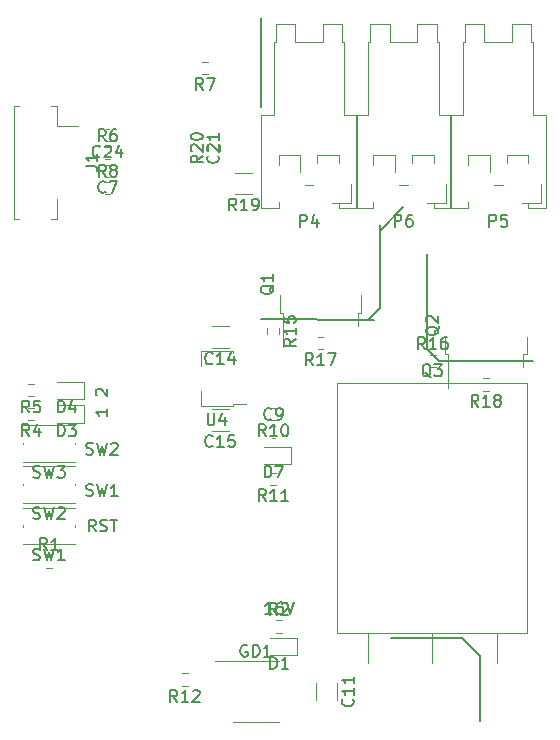
<source format=gbr>
G04 #@! TF.GenerationSoftware,KiCad,Pcbnew,(6.0.5)*
G04 #@! TF.CreationDate,2022-07-13T00:07:27+09:00*
G04 #@! TF.ProjectId,ORION_boost_v1,4f52494f-4e5f-4626-9f6f-73745f76312e,rev?*
G04 #@! TF.SameCoordinates,Original*
G04 #@! TF.FileFunction,Legend,Top*
G04 #@! TF.FilePolarity,Positive*
%FSLAX46Y46*%
G04 Gerber Fmt 4.6, Leading zero omitted, Abs format (unit mm)*
G04 Created by KiCad (PCBNEW (6.0.5)) date 2022-07-13 00:07:27*
%MOMM*%
%LPD*%
G01*
G04 APERTURE LIST*
%ADD10C,0.150000*%
%ADD11C,0.200000*%
%ADD12C,0.120000*%
G04 APERTURE END LIST*
D10*
X71000000Y-59500000D02*
X71000000Y-52500000D01*
X78000000Y-87500000D02*
X72000000Y-87500000D01*
X70000000Y-60520000D02*
X71000000Y-59500000D01*
X60980000Y-42500000D02*
X60980000Y-35000000D01*
X76000000Y-64020000D02*
X75000000Y-63000000D01*
X79500000Y-94500000D02*
X79500000Y-89000000D01*
X61000000Y-60500000D02*
X70500000Y-60520000D01*
X71000000Y-53000000D02*
X73000000Y-51000000D01*
X79500000Y-89000000D02*
X78000000Y-87500000D01*
X84000000Y-64020000D02*
X76000000Y-64020000D01*
X75000000Y-63000000D02*
X75000000Y-55000000D01*
D11*
X46166666Y-71904761D02*
X46309523Y-71952380D01*
X46547619Y-71952380D01*
X46642857Y-71904761D01*
X46690476Y-71857142D01*
X46738095Y-71761904D01*
X46738095Y-71666666D01*
X46690476Y-71571428D01*
X46642857Y-71523809D01*
X46547619Y-71476190D01*
X46357142Y-71428571D01*
X46261904Y-71380952D01*
X46214285Y-71333333D01*
X46166666Y-71238095D01*
X46166666Y-71142857D01*
X46214285Y-71047619D01*
X46261904Y-71000000D01*
X46357142Y-70952380D01*
X46595238Y-70952380D01*
X46738095Y-71000000D01*
X47071428Y-70952380D02*
X47309523Y-71952380D01*
X47500000Y-71238095D01*
X47690476Y-71952380D01*
X47928571Y-70952380D01*
X48261904Y-71047619D02*
X48309523Y-71000000D01*
X48404761Y-70952380D01*
X48642857Y-70952380D01*
X48738095Y-71000000D01*
X48785714Y-71047619D01*
X48833333Y-71142857D01*
X48833333Y-71238095D01*
X48785714Y-71380952D01*
X48214285Y-71952380D01*
X48833333Y-71952380D01*
X46952380Y-78452380D02*
X46619047Y-77976190D01*
X46380952Y-78452380D02*
X46380952Y-77452380D01*
X46761904Y-77452380D01*
X46857142Y-77500000D01*
X46904761Y-77547619D01*
X46952380Y-77642857D01*
X46952380Y-77785714D01*
X46904761Y-77880952D01*
X46857142Y-77928571D01*
X46761904Y-77976190D01*
X46380952Y-77976190D01*
X47333333Y-78404761D02*
X47476190Y-78452380D01*
X47714285Y-78452380D01*
X47809523Y-78404761D01*
X47857142Y-78357142D01*
X47904761Y-78261904D01*
X47904761Y-78166666D01*
X47857142Y-78071428D01*
X47809523Y-78023809D01*
X47714285Y-77976190D01*
X47523809Y-77928571D01*
X47428571Y-77880952D01*
X47380952Y-77833333D01*
X47333333Y-77738095D01*
X47333333Y-77642857D01*
X47380952Y-77547619D01*
X47428571Y-77500000D01*
X47523809Y-77452380D01*
X47761904Y-77452380D01*
X47904761Y-77500000D01*
X48190476Y-77452380D02*
X48761904Y-77452380D01*
X48476190Y-78452380D02*
X48476190Y-77452380D01*
D10*
X61880952Y-85452380D02*
X61309523Y-85452380D01*
X61595238Y-85452380D02*
X61595238Y-84452380D01*
X61500000Y-84595238D01*
X61404761Y-84690476D01*
X61309523Y-84738095D01*
X62738095Y-84452380D02*
X62547619Y-84452380D01*
X62452380Y-84500000D01*
X62404761Y-84547619D01*
X62309523Y-84690476D01*
X62261904Y-84880952D01*
X62261904Y-85261904D01*
X62309523Y-85357142D01*
X62357142Y-85404761D01*
X62452380Y-85452380D01*
X62642857Y-85452380D01*
X62738095Y-85404761D01*
X62785714Y-85357142D01*
X62833333Y-85261904D01*
X62833333Y-85023809D01*
X62785714Y-84928571D01*
X62738095Y-84880952D01*
X62642857Y-84833333D01*
X62452380Y-84833333D01*
X62357142Y-84880952D01*
X62309523Y-84928571D01*
X62261904Y-85023809D01*
X63119047Y-84452380D02*
X63452380Y-85452380D01*
X63785714Y-84452380D01*
D11*
X47952380Y-68071428D02*
X47952380Y-68642857D01*
X47952380Y-68357142D02*
X46952380Y-68357142D01*
X47095238Y-68452380D01*
X47190476Y-68547619D01*
X47238095Y-68642857D01*
X47047619Y-66928571D02*
X47000000Y-66880952D01*
X46952380Y-66785714D01*
X46952380Y-66547619D01*
X47000000Y-66452380D01*
X47047619Y-66404761D01*
X47142857Y-66357142D01*
X47238095Y-66357142D01*
X47380952Y-66404761D01*
X47952380Y-66976190D01*
X47952380Y-66357142D01*
X46166666Y-75404761D02*
X46309523Y-75452380D01*
X46547619Y-75452380D01*
X46642857Y-75404761D01*
X46690476Y-75357142D01*
X46738095Y-75261904D01*
X46738095Y-75166666D01*
X46690476Y-75071428D01*
X46642857Y-75023809D01*
X46547619Y-74976190D01*
X46357142Y-74928571D01*
X46261904Y-74880952D01*
X46214285Y-74833333D01*
X46166666Y-74738095D01*
X46166666Y-74642857D01*
X46214285Y-74547619D01*
X46261904Y-74500000D01*
X46357142Y-74452380D01*
X46595238Y-74452380D01*
X46738095Y-74500000D01*
X47071428Y-74452380D02*
X47309523Y-75452380D01*
X47500000Y-74738095D01*
X47690476Y-75452380D01*
X47928571Y-74452380D01*
X48833333Y-75452380D02*
X48261904Y-75452380D01*
X48547619Y-75452380D02*
X48547619Y-74452380D01*
X48452380Y-74595238D01*
X48357142Y-74690476D01*
X48261904Y-74738095D01*
D10*
X41333333Y-68382380D02*
X41000000Y-67906190D01*
X40761904Y-68382380D02*
X40761904Y-67382380D01*
X41142857Y-67382380D01*
X41238095Y-67430000D01*
X41285714Y-67477619D01*
X41333333Y-67572857D01*
X41333333Y-67715714D01*
X41285714Y-67810952D01*
X41238095Y-67858571D01*
X41142857Y-67906190D01*
X40761904Y-67906190D01*
X42238095Y-67382380D02*
X41761904Y-67382380D01*
X41714285Y-67858571D01*
X41761904Y-67810952D01*
X41857142Y-67763333D01*
X42095238Y-67763333D01*
X42190476Y-67810952D01*
X42238095Y-67858571D01*
X42285714Y-67953809D01*
X42285714Y-68191904D01*
X42238095Y-68287142D01*
X42190476Y-68334761D01*
X42095238Y-68382380D01*
X41857142Y-68382380D01*
X41761904Y-68334761D01*
X41714285Y-68287142D01*
X53857142Y-92882380D02*
X53523809Y-92406190D01*
X53285714Y-92882380D02*
X53285714Y-91882380D01*
X53666666Y-91882380D01*
X53761904Y-91930000D01*
X53809523Y-91977619D01*
X53857142Y-92072857D01*
X53857142Y-92215714D01*
X53809523Y-92310952D01*
X53761904Y-92358571D01*
X53666666Y-92406190D01*
X53285714Y-92406190D01*
X54809523Y-92882380D02*
X54238095Y-92882380D01*
X54523809Y-92882380D02*
X54523809Y-91882380D01*
X54428571Y-92025238D01*
X54333333Y-92120476D01*
X54238095Y-92168095D01*
X55190476Y-91977619D02*
X55238095Y-91930000D01*
X55333333Y-91882380D01*
X55571428Y-91882380D01*
X55666666Y-91930000D01*
X55714285Y-91977619D01*
X55761904Y-92072857D01*
X55761904Y-92168095D01*
X55714285Y-92310952D01*
X55142857Y-92882380D01*
X55761904Y-92882380D01*
X79357142Y-67882380D02*
X79023809Y-67406190D01*
X78785714Y-67882380D02*
X78785714Y-66882380D01*
X79166666Y-66882380D01*
X79261904Y-66930000D01*
X79309523Y-66977619D01*
X79357142Y-67072857D01*
X79357142Y-67215714D01*
X79309523Y-67310952D01*
X79261904Y-67358571D01*
X79166666Y-67406190D01*
X78785714Y-67406190D01*
X80309523Y-67882380D02*
X79738095Y-67882380D01*
X80023809Y-67882380D02*
X80023809Y-66882380D01*
X79928571Y-67025238D01*
X79833333Y-67120476D01*
X79738095Y-67168095D01*
X80880952Y-67310952D02*
X80785714Y-67263333D01*
X80738095Y-67215714D01*
X80690476Y-67120476D01*
X80690476Y-67072857D01*
X80738095Y-66977619D01*
X80785714Y-66930000D01*
X80880952Y-66882380D01*
X81071428Y-66882380D01*
X81166666Y-66930000D01*
X81214285Y-66977619D01*
X81261904Y-67072857D01*
X81261904Y-67120476D01*
X81214285Y-67215714D01*
X81166666Y-67263333D01*
X81071428Y-67310952D01*
X80880952Y-67310952D01*
X80785714Y-67358571D01*
X80738095Y-67406190D01*
X80690476Y-67501428D01*
X80690476Y-67691904D01*
X80738095Y-67787142D01*
X80785714Y-67834761D01*
X80880952Y-67882380D01*
X81071428Y-67882380D01*
X81166666Y-67834761D01*
X81214285Y-67787142D01*
X81261904Y-67691904D01*
X81261904Y-67501428D01*
X81214285Y-67406190D01*
X81166666Y-67358571D01*
X81071428Y-67310952D01*
X64281904Y-52652380D02*
X64281904Y-51652380D01*
X64662857Y-51652380D01*
X64758095Y-51700000D01*
X64805714Y-51747619D01*
X64853333Y-51842857D01*
X64853333Y-51985714D01*
X64805714Y-52080952D01*
X64758095Y-52128571D01*
X64662857Y-52176190D01*
X64281904Y-52176190D01*
X65710476Y-51985714D02*
X65710476Y-52652380D01*
X65472380Y-51604761D02*
X65234285Y-52319047D01*
X65853333Y-52319047D01*
X56033333Y-41082380D02*
X55700000Y-40606190D01*
X55461904Y-41082380D02*
X55461904Y-40082380D01*
X55842857Y-40082380D01*
X55938095Y-40130000D01*
X55985714Y-40177619D01*
X56033333Y-40272857D01*
X56033333Y-40415714D01*
X55985714Y-40510952D01*
X55938095Y-40558571D01*
X55842857Y-40606190D01*
X55461904Y-40606190D01*
X56366666Y-40082380D02*
X57033333Y-40082380D01*
X56604761Y-41082380D01*
X43761904Y-68382380D02*
X43761904Y-67382380D01*
X44000000Y-67382380D01*
X44142857Y-67430000D01*
X44238095Y-67525238D01*
X44285714Y-67620476D01*
X44333333Y-67810952D01*
X44333333Y-67953809D01*
X44285714Y-68144285D01*
X44238095Y-68239523D01*
X44142857Y-68334761D01*
X44000000Y-68382380D01*
X43761904Y-68382380D01*
X45190476Y-67715714D02*
X45190476Y-68382380D01*
X44952380Y-67334761D02*
X44714285Y-68049047D01*
X45333333Y-68049047D01*
X65357142Y-64382380D02*
X65023809Y-63906190D01*
X64785714Y-64382380D02*
X64785714Y-63382380D01*
X65166666Y-63382380D01*
X65261904Y-63430000D01*
X65309523Y-63477619D01*
X65357142Y-63572857D01*
X65357142Y-63715714D01*
X65309523Y-63810952D01*
X65261904Y-63858571D01*
X65166666Y-63906190D01*
X64785714Y-63906190D01*
X66309523Y-64382380D02*
X65738095Y-64382380D01*
X66023809Y-64382380D02*
X66023809Y-63382380D01*
X65928571Y-63525238D01*
X65833333Y-63620476D01*
X65738095Y-63668095D01*
X66642857Y-63382380D02*
X67309523Y-63382380D01*
X66880952Y-64382380D01*
X62047619Y-57595238D02*
X62000000Y-57690476D01*
X61904761Y-57785714D01*
X61761904Y-57928571D01*
X61714285Y-58023809D01*
X61714285Y-58119047D01*
X61952380Y-58071428D02*
X61904761Y-58166666D01*
X61809523Y-58261904D01*
X61619047Y-58309523D01*
X61285714Y-58309523D01*
X61095238Y-58261904D01*
X61000000Y-58166666D01*
X60952380Y-58071428D01*
X60952380Y-57880952D01*
X61000000Y-57785714D01*
X61095238Y-57690476D01*
X61285714Y-57642857D01*
X61619047Y-57642857D01*
X61809523Y-57690476D01*
X61904761Y-57785714D01*
X61952380Y-57880952D01*
X61952380Y-58071428D01*
X61952380Y-56690476D02*
X61952380Y-57261904D01*
X61952380Y-56976190D02*
X60952380Y-56976190D01*
X61095238Y-57071428D01*
X61190476Y-57166666D01*
X61238095Y-57261904D01*
X68707142Y-92642857D02*
X68754761Y-92690476D01*
X68802380Y-92833333D01*
X68802380Y-92928571D01*
X68754761Y-93071428D01*
X68659523Y-93166666D01*
X68564285Y-93214285D01*
X68373809Y-93261904D01*
X68230952Y-93261904D01*
X68040476Y-93214285D01*
X67945238Y-93166666D01*
X67850000Y-93071428D01*
X67802380Y-92928571D01*
X67802380Y-92833333D01*
X67850000Y-92690476D01*
X67897619Y-92642857D01*
X68802380Y-91690476D02*
X68802380Y-92261904D01*
X68802380Y-91976190D02*
X67802380Y-91976190D01*
X67945238Y-92071428D01*
X68040476Y-92166666D01*
X68088095Y-92261904D01*
X68802380Y-90738095D02*
X68802380Y-91309523D01*
X68802380Y-91023809D02*
X67802380Y-91023809D01*
X67945238Y-91119047D01*
X68040476Y-91214285D01*
X68088095Y-91309523D01*
X43761904Y-70382380D02*
X43761904Y-69382380D01*
X44000000Y-69382380D01*
X44142857Y-69430000D01*
X44238095Y-69525238D01*
X44285714Y-69620476D01*
X44333333Y-69810952D01*
X44333333Y-69953809D01*
X44285714Y-70144285D01*
X44238095Y-70239523D01*
X44142857Y-70334761D01*
X44000000Y-70382380D01*
X43761904Y-70382380D01*
X44666666Y-69382380D02*
X45285714Y-69382380D01*
X44952380Y-69763333D01*
X45095238Y-69763333D01*
X45190476Y-69810952D01*
X45238095Y-69858571D01*
X45285714Y-69953809D01*
X45285714Y-70191904D01*
X45238095Y-70287142D01*
X45190476Y-70334761D01*
X45095238Y-70382380D01*
X44809523Y-70382380D01*
X44714285Y-70334761D01*
X44666666Y-70287142D01*
X47808333Y-48422380D02*
X47475000Y-47946190D01*
X47236904Y-48422380D02*
X47236904Y-47422380D01*
X47617857Y-47422380D01*
X47713095Y-47470000D01*
X47760714Y-47517619D01*
X47808333Y-47612857D01*
X47808333Y-47755714D01*
X47760714Y-47850952D01*
X47713095Y-47898571D01*
X47617857Y-47946190D01*
X47236904Y-47946190D01*
X48379761Y-47850952D02*
X48284523Y-47803333D01*
X48236904Y-47755714D01*
X48189285Y-47660476D01*
X48189285Y-47612857D01*
X48236904Y-47517619D01*
X48284523Y-47470000D01*
X48379761Y-47422380D01*
X48570238Y-47422380D01*
X48665476Y-47470000D01*
X48713095Y-47517619D01*
X48760714Y-47612857D01*
X48760714Y-47660476D01*
X48713095Y-47755714D01*
X48665476Y-47803333D01*
X48570238Y-47850952D01*
X48379761Y-47850952D01*
X48284523Y-47898571D01*
X48236904Y-47946190D01*
X48189285Y-48041428D01*
X48189285Y-48231904D01*
X48236904Y-48327142D01*
X48284523Y-48374761D01*
X48379761Y-48422380D01*
X48570238Y-48422380D01*
X48665476Y-48374761D01*
X48713095Y-48327142D01*
X48760714Y-48231904D01*
X48760714Y-48041428D01*
X48713095Y-47946190D01*
X48665476Y-47898571D01*
X48570238Y-47850952D01*
X61833333Y-68927142D02*
X61785714Y-68974761D01*
X61642857Y-69022380D01*
X61547619Y-69022380D01*
X61404761Y-68974761D01*
X61309523Y-68879523D01*
X61261904Y-68784285D01*
X61214285Y-68593809D01*
X61214285Y-68450952D01*
X61261904Y-68260476D01*
X61309523Y-68165238D01*
X61404761Y-68070000D01*
X61547619Y-68022380D01*
X61642857Y-68022380D01*
X61785714Y-68070000D01*
X61833333Y-68117619D01*
X62309523Y-69022380D02*
X62500000Y-69022380D01*
X62595238Y-68974761D01*
X62642857Y-68927142D01*
X62738095Y-68784285D01*
X62785714Y-68593809D01*
X62785714Y-68212857D01*
X62738095Y-68117619D01*
X62690476Y-68070000D01*
X62595238Y-68022380D01*
X62404761Y-68022380D01*
X62309523Y-68070000D01*
X62261904Y-68117619D01*
X62214285Y-68212857D01*
X62214285Y-68450952D01*
X62261904Y-68546190D01*
X62309523Y-68593809D01*
X62404761Y-68641428D01*
X62595238Y-68641428D01*
X62690476Y-68593809D01*
X62738095Y-68546190D01*
X62785714Y-68450952D01*
X56022380Y-46642857D02*
X55546190Y-46976190D01*
X56022380Y-47214285D02*
X55022380Y-47214285D01*
X55022380Y-46833333D01*
X55070000Y-46738095D01*
X55117619Y-46690476D01*
X55212857Y-46642857D01*
X55355714Y-46642857D01*
X55450952Y-46690476D01*
X55498571Y-46738095D01*
X55546190Y-46833333D01*
X55546190Y-47214285D01*
X55117619Y-46261904D02*
X55070000Y-46214285D01*
X55022380Y-46119047D01*
X55022380Y-45880952D01*
X55070000Y-45785714D01*
X55117619Y-45738095D01*
X55212857Y-45690476D01*
X55308095Y-45690476D01*
X55450952Y-45738095D01*
X56022380Y-46309523D01*
X56022380Y-45690476D01*
X55022380Y-45071428D02*
X55022380Y-44976190D01*
X55070000Y-44880952D01*
X55117619Y-44833333D01*
X55212857Y-44785714D01*
X55403333Y-44738095D01*
X55641428Y-44738095D01*
X55831904Y-44785714D01*
X55927142Y-44833333D01*
X55974761Y-44880952D01*
X56022380Y-44976190D01*
X56022380Y-45071428D01*
X55974761Y-45166666D01*
X55927142Y-45214285D01*
X55831904Y-45261904D01*
X55641428Y-45309523D01*
X55403333Y-45309523D01*
X55212857Y-45261904D01*
X55117619Y-45214285D01*
X55070000Y-45166666D01*
X55022380Y-45071428D01*
X56857142Y-64207142D02*
X56809523Y-64254761D01*
X56666666Y-64302380D01*
X56571428Y-64302380D01*
X56428571Y-64254761D01*
X56333333Y-64159523D01*
X56285714Y-64064285D01*
X56238095Y-63873809D01*
X56238095Y-63730952D01*
X56285714Y-63540476D01*
X56333333Y-63445238D01*
X56428571Y-63350000D01*
X56571428Y-63302380D01*
X56666666Y-63302380D01*
X56809523Y-63350000D01*
X56857142Y-63397619D01*
X57809523Y-64302380D02*
X57238095Y-64302380D01*
X57523809Y-64302380D02*
X57523809Y-63302380D01*
X57428571Y-63445238D01*
X57333333Y-63540476D01*
X57238095Y-63588095D01*
X58666666Y-63635714D02*
X58666666Y-64302380D01*
X58428571Y-63254761D02*
X58190476Y-63969047D01*
X58809523Y-63969047D01*
X74857142Y-63022380D02*
X74523809Y-62546190D01*
X74285714Y-63022380D02*
X74285714Y-62022380D01*
X74666666Y-62022380D01*
X74761904Y-62070000D01*
X74809523Y-62117619D01*
X74857142Y-62212857D01*
X74857142Y-62355714D01*
X74809523Y-62450952D01*
X74761904Y-62498571D01*
X74666666Y-62546190D01*
X74285714Y-62546190D01*
X75809523Y-63022380D02*
X75238095Y-63022380D01*
X75523809Y-63022380D02*
X75523809Y-62022380D01*
X75428571Y-62165238D01*
X75333333Y-62260476D01*
X75238095Y-62308095D01*
X76666666Y-62022380D02*
X76476190Y-62022380D01*
X76380952Y-62070000D01*
X76333333Y-62117619D01*
X76238095Y-62260476D01*
X76190476Y-62450952D01*
X76190476Y-62831904D01*
X76238095Y-62927142D01*
X76285714Y-62974761D01*
X76380952Y-63022380D01*
X76571428Y-63022380D01*
X76666666Y-62974761D01*
X76714285Y-62927142D01*
X76761904Y-62831904D01*
X76761904Y-62593809D01*
X76714285Y-62498571D01*
X76666666Y-62450952D01*
X76571428Y-62403333D01*
X76380952Y-62403333D01*
X76285714Y-62450952D01*
X76238095Y-62498571D01*
X76190476Y-62593809D01*
X56857142Y-71207142D02*
X56809523Y-71254761D01*
X56666666Y-71302380D01*
X56571428Y-71302380D01*
X56428571Y-71254761D01*
X56333333Y-71159523D01*
X56285714Y-71064285D01*
X56238095Y-70873809D01*
X56238095Y-70730952D01*
X56285714Y-70540476D01*
X56333333Y-70445238D01*
X56428571Y-70350000D01*
X56571428Y-70302380D01*
X56666666Y-70302380D01*
X56809523Y-70350000D01*
X56857142Y-70397619D01*
X57809523Y-71302380D02*
X57238095Y-71302380D01*
X57523809Y-71302380D02*
X57523809Y-70302380D01*
X57428571Y-70445238D01*
X57333333Y-70540476D01*
X57238095Y-70588095D01*
X58714285Y-70302380D02*
X58238095Y-70302380D01*
X58190476Y-70778571D01*
X58238095Y-70730952D01*
X58333333Y-70683333D01*
X58571428Y-70683333D01*
X58666666Y-70730952D01*
X58714285Y-70778571D01*
X58761904Y-70873809D01*
X58761904Y-71111904D01*
X58714285Y-71207142D01*
X58666666Y-71254761D01*
X58571428Y-71302380D01*
X58333333Y-71302380D01*
X58238095Y-71254761D01*
X58190476Y-71207142D01*
X61261904Y-73882380D02*
X61261904Y-72882380D01*
X61500000Y-72882380D01*
X61642857Y-72930000D01*
X61738095Y-73025238D01*
X61785714Y-73120476D01*
X61833333Y-73310952D01*
X61833333Y-73453809D01*
X61785714Y-73644285D01*
X61738095Y-73739523D01*
X61642857Y-73834761D01*
X61500000Y-73882380D01*
X61261904Y-73882380D01*
X62166666Y-72882380D02*
X62833333Y-72882380D01*
X62404761Y-73882380D01*
X76047619Y-61095238D02*
X76000000Y-61190476D01*
X75904761Y-61285714D01*
X75761904Y-61428571D01*
X75714285Y-61523809D01*
X75714285Y-61619047D01*
X75952380Y-61571428D02*
X75904761Y-61666666D01*
X75809523Y-61761904D01*
X75619047Y-61809523D01*
X75285714Y-61809523D01*
X75095238Y-61761904D01*
X75000000Y-61666666D01*
X74952380Y-61571428D01*
X74952380Y-61380952D01*
X75000000Y-61285714D01*
X75095238Y-61190476D01*
X75285714Y-61142857D01*
X75619047Y-61142857D01*
X75809523Y-61190476D01*
X75904761Y-61285714D01*
X75952380Y-61380952D01*
X75952380Y-61571428D01*
X75047619Y-60761904D02*
X75000000Y-60714285D01*
X74952380Y-60619047D01*
X74952380Y-60380952D01*
X75000000Y-60285714D01*
X75047619Y-60238095D01*
X75142857Y-60190476D01*
X75238095Y-60190476D01*
X75380952Y-60238095D01*
X75952380Y-60809523D01*
X75952380Y-60190476D01*
X56438095Y-68452380D02*
X56438095Y-69261904D01*
X56485714Y-69357142D01*
X56533333Y-69404761D01*
X56628571Y-69452380D01*
X56819047Y-69452380D01*
X56914285Y-69404761D01*
X56961904Y-69357142D01*
X57009523Y-69261904D01*
X57009523Y-68452380D01*
X57914285Y-68785714D02*
X57914285Y-69452380D01*
X57676190Y-68404761D02*
X57438095Y-69119047D01*
X58057142Y-69119047D01*
X57287142Y-46642857D02*
X57334761Y-46690476D01*
X57382380Y-46833333D01*
X57382380Y-46928571D01*
X57334761Y-47071428D01*
X57239523Y-47166666D01*
X57144285Y-47214285D01*
X56953809Y-47261904D01*
X56810952Y-47261904D01*
X56620476Y-47214285D01*
X56525238Y-47166666D01*
X56430000Y-47071428D01*
X56382380Y-46928571D01*
X56382380Y-46833333D01*
X56430000Y-46690476D01*
X56477619Y-46642857D01*
X56477619Y-46261904D02*
X56430000Y-46214285D01*
X56382380Y-46119047D01*
X56382380Y-45880952D01*
X56430000Y-45785714D01*
X56477619Y-45738095D01*
X56572857Y-45690476D01*
X56668095Y-45690476D01*
X56810952Y-45738095D01*
X57382380Y-46309523D01*
X57382380Y-45690476D01*
X57382380Y-44738095D02*
X57382380Y-45309523D01*
X57382380Y-45023809D02*
X56382380Y-45023809D01*
X56525238Y-45119047D01*
X56620476Y-45214285D01*
X56668095Y-45309523D01*
X41666666Y-80854761D02*
X41809523Y-80902380D01*
X42047619Y-80902380D01*
X42142857Y-80854761D01*
X42190476Y-80807142D01*
X42238095Y-80711904D01*
X42238095Y-80616666D01*
X42190476Y-80521428D01*
X42142857Y-80473809D01*
X42047619Y-80426190D01*
X41857142Y-80378571D01*
X41761904Y-80330952D01*
X41714285Y-80283333D01*
X41666666Y-80188095D01*
X41666666Y-80092857D01*
X41714285Y-79997619D01*
X41761904Y-79950000D01*
X41857142Y-79902380D01*
X42095238Y-79902380D01*
X42238095Y-79950000D01*
X42571428Y-79902380D02*
X42809523Y-80902380D01*
X43000000Y-80188095D01*
X43190476Y-80902380D01*
X43428571Y-79902380D01*
X44333333Y-80902380D02*
X43761904Y-80902380D01*
X44047619Y-80902380D02*
X44047619Y-79902380D01*
X43952380Y-80045238D01*
X43857142Y-80140476D01*
X43761904Y-80188095D01*
X46102380Y-47533333D02*
X46816666Y-47533333D01*
X46959523Y-47580952D01*
X47054761Y-47676190D01*
X47102380Y-47819047D01*
X47102380Y-47914285D01*
X47102380Y-46533333D02*
X47102380Y-47104761D01*
X47102380Y-46819047D02*
X46102380Y-46819047D01*
X46245238Y-46914285D01*
X46340476Y-47009523D01*
X46388095Y-47104761D01*
X47808333Y-45422380D02*
X47475000Y-44946190D01*
X47236904Y-45422380D02*
X47236904Y-44422380D01*
X47617857Y-44422380D01*
X47713095Y-44470000D01*
X47760714Y-44517619D01*
X47808333Y-44612857D01*
X47808333Y-44755714D01*
X47760714Y-44850952D01*
X47713095Y-44898571D01*
X47617857Y-44946190D01*
X47236904Y-44946190D01*
X48665476Y-44422380D02*
X48475000Y-44422380D01*
X48379761Y-44470000D01*
X48332142Y-44517619D01*
X48236904Y-44660476D01*
X48189285Y-44850952D01*
X48189285Y-45231904D01*
X48236904Y-45327142D01*
X48284523Y-45374761D01*
X48379761Y-45422380D01*
X48570238Y-45422380D01*
X48665476Y-45374761D01*
X48713095Y-45327142D01*
X48760714Y-45231904D01*
X48760714Y-44993809D01*
X48713095Y-44898571D01*
X48665476Y-44850952D01*
X48570238Y-44803333D01*
X48379761Y-44803333D01*
X48284523Y-44850952D01*
X48236904Y-44898571D01*
X48189285Y-44993809D01*
X47332142Y-46687142D02*
X47284523Y-46734761D01*
X47141666Y-46782380D01*
X47046428Y-46782380D01*
X46903571Y-46734761D01*
X46808333Y-46639523D01*
X46760714Y-46544285D01*
X46713095Y-46353809D01*
X46713095Y-46210952D01*
X46760714Y-46020476D01*
X46808333Y-45925238D01*
X46903571Y-45830000D01*
X47046428Y-45782380D01*
X47141666Y-45782380D01*
X47284523Y-45830000D01*
X47332142Y-45877619D01*
X47713095Y-45877619D02*
X47760714Y-45830000D01*
X47855952Y-45782380D01*
X48094047Y-45782380D01*
X48189285Y-45830000D01*
X48236904Y-45877619D01*
X48284523Y-45972857D01*
X48284523Y-46068095D01*
X48236904Y-46210952D01*
X47665476Y-46782380D01*
X48284523Y-46782380D01*
X49141666Y-46115714D02*
X49141666Y-46782380D01*
X48903571Y-45734761D02*
X48665476Y-46449047D01*
X49284523Y-46449047D01*
X59785714Y-88100000D02*
X59690476Y-88052380D01*
X59547619Y-88052380D01*
X59404761Y-88100000D01*
X59309523Y-88195238D01*
X59261904Y-88290476D01*
X59214285Y-88480952D01*
X59214285Y-88623809D01*
X59261904Y-88814285D01*
X59309523Y-88909523D01*
X59404761Y-89004761D01*
X59547619Y-89052380D01*
X59642857Y-89052380D01*
X59785714Y-89004761D01*
X59833333Y-88957142D01*
X59833333Y-88623809D01*
X59642857Y-88623809D01*
X60261904Y-89052380D02*
X60261904Y-88052380D01*
X60500000Y-88052380D01*
X60642857Y-88100000D01*
X60738095Y-88195238D01*
X60785714Y-88290476D01*
X60833333Y-88480952D01*
X60833333Y-88623809D01*
X60785714Y-88814285D01*
X60738095Y-88909523D01*
X60642857Y-89004761D01*
X60500000Y-89052380D01*
X60261904Y-89052380D01*
X61785714Y-89052380D02*
X61214285Y-89052380D01*
X61500000Y-89052380D02*
X61500000Y-88052380D01*
X61404761Y-88195238D01*
X61309523Y-88290476D01*
X61214285Y-88338095D01*
X80301904Y-52652380D02*
X80301904Y-51652380D01*
X80682857Y-51652380D01*
X80778095Y-51700000D01*
X80825714Y-51747619D01*
X80873333Y-51842857D01*
X80873333Y-51985714D01*
X80825714Y-52080952D01*
X80778095Y-52128571D01*
X80682857Y-52176190D01*
X80301904Y-52176190D01*
X81778095Y-51652380D02*
X81301904Y-51652380D01*
X81254285Y-52128571D01*
X81301904Y-52080952D01*
X81397142Y-52033333D01*
X81635238Y-52033333D01*
X81730476Y-52080952D01*
X81778095Y-52128571D01*
X81825714Y-52223809D01*
X81825714Y-52461904D01*
X81778095Y-52557142D01*
X81730476Y-52604761D01*
X81635238Y-52652380D01*
X81397142Y-52652380D01*
X81301904Y-52604761D01*
X81254285Y-52557142D01*
X61357142Y-75882380D02*
X61023809Y-75406190D01*
X60785714Y-75882380D02*
X60785714Y-74882380D01*
X61166666Y-74882380D01*
X61261904Y-74930000D01*
X61309523Y-74977619D01*
X61357142Y-75072857D01*
X61357142Y-75215714D01*
X61309523Y-75310952D01*
X61261904Y-75358571D01*
X61166666Y-75406190D01*
X60785714Y-75406190D01*
X62309523Y-75882380D02*
X61738095Y-75882380D01*
X62023809Y-75882380D02*
X62023809Y-74882380D01*
X61928571Y-75025238D01*
X61833333Y-75120476D01*
X61738095Y-75168095D01*
X63261904Y-75882380D02*
X62690476Y-75882380D01*
X62976190Y-75882380D02*
X62976190Y-74882380D01*
X62880952Y-75025238D01*
X62785714Y-75120476D01*
X62690476Y-75168095D01*
X58857142Y-51272380D02*
X58523809Y-50796190D01*
X58285714Y-51272380D02*
X58285714Y-50272380D01*
X58666666Y-50272380D01*
X58761904Y-50320000D01*
X58809523Y-50367619D01*
X58857142Y-50462857D01*
X58857142Y-50605714D01*
X58809523Y-50700952D01*
X58761904Y-50748571D01*
X58666666Y-50796190D01*
X58285714Y-50796190D01*
X59809523Y-51272380D02*
X59238095Y-51272380D01*
X59523809Y-51272380D02*
X59523809Y-50272380D01*
X59428571Y-50415238D01*
X59333333Y-50510476D01*
X59238095Y-50558095D01*
X60285714Y-51272380D02*
X60476190Y-51272380D01*
X60571428Y-51224761D01*
X60619047Y-51177142D01*
X60714285Y-51034285D01*
X60761904Y-50843809D01*
X60761904Y-50462857D01*
X60714285Y-50367619D01*
X60666666Y-50320000D01*
X60571428Y-50272380D01*
X60380952Y-50272380D01*
X60285714Y-50320000D01*
X60238095Y-50367619D01*
X60190476Y-50462857D01*
X60190476Y-50700952D01*
X60238095Y-50796190D01*
X60285714Y-50843809D01*
X60380952Y-50891428D01*
X60571428Y-50891428D01*
X60666666Y-50843809D01*
X60714285Y-50796190D01*
X60761904Y-50700952D01*
X61761904Y-90094880D02*
X61761904Y-89094880D01*
X62000000Y-89094880D01*
X62142857Y-89142500D01*
X62238095Y-89237738D01*
X62285714Y-89332976D01*
X62333333Y-89523452D01*
X62333333Y-89666309D01*
X62285714Y-89856785D01*
X62238095Y-89952023D01*
X62142857Y-90047261D01*
X62000000Y-90094880D01*
X61761904Y-90094880D01*
X63285714Y-90094880D02*
X62714285Y-90094880D01*
X63000000Y-90094880D02*
X63000000Y-89094880D01*
X62904761Y-89237738D01*
X62809523Y-89332976D01*
X62714285Y-89380595D01*
X41333333Y-70382380D02*
X41000000Y-69906190D01*
X40761904Y-70382380D02*
X40761904Y-69382380D01*
X41142857Y-69382380D01*
X41238095Y-69430000D01*
X41285714Y-69477619D01*
X41333333Y-69572857D01*
X41333333Y-69715714D01*
X41285714Y-69810952D01*
X41238095Y-69858571D01*
X41142857Y-69906190D01*
X40761904Y-69906190D01*
X42190476Y-69715714D02*
X42190476Y-70382380D01*
X41952380Y-69334761D02*
X41714285Y-70049047D01*
X42333333Y-70049047D01*
X75354761Y-65397619D02*
X75259523Y-65350000D01*
X75164285Y-65254761D01*
X75021428Y-65111904D01*
X74926190Y-65064285D01*
X74830952Y-65064285D01*
X74878571Y-65302380D02*
X74783333Y-65254761D01*
X74688095Y-65159523D01*
X74640476Y-64969047D01*
X74640476Y-64635714D01*
X74688095Y-64445238D01*
X74783333Y-64350000D01*
X74878571Y-64302380D01*
X75069047Y-64302380D01*
X75164285Y-64350000D01*
X75259523Y-64445238D01*
X75307142Y-64635714D01*
X75307142Y-64969047D01*
X75259523Y-65159523D01*
X75164285Y-65254761D01*
X75069047Y-65302380D01*
X74878571Y-65302380D01*
X75640476Y-64302380D02*
X76259523Y-64302380D01*
X75926190Y-64683333D01*
X76069047Y-64683333D01*
X76164285Y-64730952D01*
X76211904Y-64778571D01*
X76259523Y-64873809D01*
X76259523Y-65111904D01*
X76211904Y-65207142D01*
X76164285Y-65254761D01*
X76069047Y-65302380D01*
X75783333Y-65302380D01*
X75688095Y-65254761D01*
X75640476Y-65207142D01*
X61357142Y-70382380D02*
X61023809Y-69906190D01*
X60785714Y-70382380D02*
X60785714Y-69382380D01*
X61166666Y-69382380D01*
X61261904Y-69430000D01*
X61309523Y-69477619D01*
X61357142Y-69572857D01*
X61357142Y-69715714D01*
X61309523Y-69810952D01*
X61261904Y-69858571D01*
X61166666Y-69906190D01*
X60785714Y-69906190D01*
X62309523Y-70382380D02*
X61738095Y-70382380D01*
X62023809Y-70382380D02*
X62023809Y-69382380D01*
X61928571Y-69525238D01*
X61833333Y-69620476D01*
X61738095Y-69668095D01*
X62928571Y-69382380D02*
X63023809Y-69382380D01*
X63119047Y-69430000D01*
X63166666Y-69477619D01*
X63214285Y-69572857D01*
X63261904Y-69763333D01*
X63261904Y-70001428D01*
X63214285Y-70191904D01*
X63166666Y-70287142D01*
X63119047Y-70334761D01*
X63023809Y-70382380D01*
X62928571Y-70382380D01*
X62833333Y-70334761D01*
X62785714Y-70287142D01*
X62738095Y-70191904D01*
X62690476Y-70001428D01*
X62690476Y-69763333D01*
X62738095Y-69572857D01*
X62785714Y-69477619D01*
X62833333Y-69430000D01*
X62928571Y-69382380D01*
X41666666Y-73854761D02*
X41809523Y-73902380D01*
X42047619Y-73902380D01*
X42142857Y-73854761D01*
X42190476Y-73807142D01*
X42238095Y-73711904D01*
X42238095Y-73616666D01*
X42190476Y-73521428D01*
X42142857Y-73473809D01*
X42047619Y-73426190D01*
X41857142Y-73378571D01*
X41761904Y-73330952D01*
X41714285Y-73283333D01*
X41666666Y-73188095D01*
X41666666Y-73092857D01*
X41714285Y-72997619D01*
X41761904Y-72950000D01*
X41857142Y-72902380D01*
X42095238Y-72902380D01*
X42238095Y-72950000D01*
X42571428Y-72902380D02*
X42809523Y-73902380D01*
X43000000Y-73188095D01*
X43190476Y-73902380D01*
X43428571Y-72902380D01*
X43714285Y-72902380D02*
X44333333Y-72902380D01*
X44000000Y-73283333D01*
X44142857Y-73283333D01*
X44238095Y-73330952D01*
X44285714Y-73378571D01*
X44333333Y-73473809D01*
X44333333Y-73711904D01*
X44285714Y-73807142D01*
X44238095Y-73854761D01*
X44142857Y-73902380D01*
X43857142Y-73902380D01*
X43761904Y-73854761D01*
X43714285Y-73807142D01*
X63882380Y-62142857D02*
X63406190Y-62476190D01*
X63882380Y-62714285D02*
X62882380Y-62714285D01*
X62882380Y-62333333D01*
X62930000Y-62238095D01*
X62977619Y-62190476D01*
X63072857Y-62142857D01*
X63215714Y-62142857D01*
X63310952Y-62190476D01*
X63358571Y-62238095D01*
X63406190Y-62333333D01*
X63406190Y-62714285D01*
X63882380Y-61190476D02*
X63882380Y-61761904D01*
X63882380Y-61476190D02*
X62882380Y-61476190D01*
X63025238Y-61571428D01*
X63120476Y-61666666D01*
X63168095Y-61761904D01*
X62882380Y-60285714D02*
X62882380Y-60761904D01*
X63358571Y-60809523D01*
X63310952Y-60761904D01*
X63263333Y-60666666D01*
X63263333Y-60428571D01*
X63310952Y-60333333D01*
X63358571Y-60285714D01*
X63453809Y-60238095D01*
X63691904Y-60238095D01*
X63787142Y-60285714D01*
X63834761Y-60333333D01*
X63882380Y-60428571D01*
X63882380Y-60666666D01*
X63834761Y-60761904D01*
X63787142Y-60809523D01*
X62333333Y-85522380D02*
X62000000Y-85046190D01*
X61761904Y-85522380D02*
X61761904Y-84522380D01*
X62142857Y-84522380D01*
X62238095Y-84570000D01*
X62285714Y-84617619D01*
X62333333Y-84712857D01*
X62333333Y-84855714D01*
X62285714Y-84950952D01*
X62238095Y-84998571D01*
X62142857Y-85046190D01*
X61761904Y-85046190D01*
X62714285Y-84617619D02*
X62761904Y-84570000D01*
X62857142Y-84522380D01*
X63095238Y-84522380D01*
X63190476Y-84570000D01*
X63238095Y-84617619D01*
X63285714Y-84712857D01*
X63285714Y-84808095D01*
X63238095Y-84950952D01*
X62666666Y-85522380D01*
X63285714Y-85522380D01*
X41666666Y-77354761D02*
X41809523Y-77402380D01*
X42047619Y-77402380D01*
X42142857Y-77354761D01*
X42190476Y-77307142D01*
X42238095Y-77211904D01*
X42238095Y-77116666D01*
X42190476Y-77021428D01*
X42142857Y-76973809D01*
X42047619Y-76926190D01*
X41857142Y-76878571D01*
X41761904Y-76830952D01*
X41714285Y-76783333D01*
X41666666Y-76688095D01*
X41666666Y-76592857D01*
X41714285Y-76497619D01*
X41761904Y-76450000D01*
X41857142Y-76402380D01*
X42095238Y-76402380D01*
X42238095Y-76450000D01*
X42571428Y-76402380D02*
X42809523Y-77402380D01*
X43000000Y-76688095D01*
X43190476Y-77402380D01*
X43428571Y-76402380D01*
X43761904Y-76497619D02*
X43809523Y-76450000D01*
X43904761Y-76402380D01*
X44142857Y-76402380D01*
X44238095Y-76450000D01*
X44285714Y-76497619D01*
X44333333Y-76592857D01*
X44333333Y-76688095D01*
X44285714Y-76830952D01*
X43714285Y-77402380D01*
X44333333Y-77402380D01*
X72281904Y-52652380D02*
X72281904Y-51652380D01*
X72662857Y-51652380D01*
X72758095Y-51700000D01*
X72805714Y-51747619D01*
X72853333Y-51842857D01*
X72853333Y-51985714D01*
X72805714Y-52080952D01*
X72758095Y-52128571D01*
X72662857Y-52176190D01*
X72281904Y-52176190D01*
X73710476Y-51652380D02*
X73520000Y-51652380D01*
X73424761Y-51700000D01*
X73377142Y-51747619D01*
X73281904Y-51890476D01*
X73234285Y-52080952D01*
X73234285Y-52461904D01*
X73281904Y-52557142D01*
X73329523Y-52604761D01*
X73424761Y-52652380D01*
X73615238Y-52652380D01*
X73710476Y-52604761D01*
X73758095Y-52557142D01*
X73805714Y-52461904D01*
X73805714Y-52223809D01*
X73758095Y-52128571D01*
X73710476Y-52080952D01*
X73615238Y-52033333D01*
X73424761Y-52033333D01*
X73329523Y-52080952D01*
X73281904Y-52128571D01*
X73234285Y-52223809D01*
X42833333Y-80022380D02*
X42500000Y-79546190D01*
X42261904Y-80022380D02*
X42261904Y-79022380D01*
X42642857Y-79022380D01*
X42738095Y-79070000D01*
X42785714Y-79117619D01*
X42833333Y-79212857D01*
X42833333Y-79355714D01*
X42785714Y-79450952D01*
X42738095Y-79498571D01*
X42642857Y-79546190D01*
X42261904Y-79546190D01*
X43785714Y-80022380D02*
X43214285Y-80022380D01*
X43500000Y-80022380D02*
X43500000Y-79022380D01*
X43404761Y-79165238D01*
X43309523Y-79260476D01*
X43214285Y-79308095D01*
X47808333Y-49687142D02*
X47760714Y-49734761D01*
X47617857Y-49782380D01*
X47522619Y-49782380D01*
X47379761Y-49734761D01*
X47284523Y-49639523D01*
X47236904Y-49544285D01*
X47189285Y-49353809D01*
X47189285Y-49210952D01*
X47236904Y-49020476D01*
X47284523Y-48925238D01*
X47379761Y-48830000D01*
X47522619Y-48782380D01*
X47617857Y-48782380D01*
X47760714Y-48830000D01*
X47808333Y-48877619D01*
X48141666Y-48782380D02*
X48808333Y-48782380D01*
X48379761Y-49782380D01*
D12*
X41737258Y-65977500D02*
X41262742Y-65977500D01*
X41737258Y-67022500D02*
X41262742Y-67022500D01*
X54754724Y-91522500D02*
X54245276Y-91522500D01*
X54754724Y-90477500D02*
X54245276Y-90477500D01*
X80237258Y-66522500D02*
X79762742Y-66522500D01*
X80237258Y-65477500D02*
X79762742Y-65477500D01*
X62220000Y-35490000D02*
X62220000Y-36990000D01*
X68610000Y-50610000D02*
X68610000Y-49000000D01*
X67820000Y-36990000D02*
X67820000Y-35490000D01*
X62470000Y-46610000D02*
X62470000Y-47400000D01*
X66180000Y-35490000D02*
X66180000Y-36990000D01*
X67000000Y-50610000D02*
X68610000Y-50610000D01*
X68010000Y-43190000D02*
X69060000Y-43190000D01*
X67570000Y-51110000D02*
X67570000Y-50610000D01*
X67820000Y-35490000D02*
X66180000Y-35490000D01*
X67580000Y-46610000D02*
X65740000Y-46610000D01*
X60980000Y-43190000D02*
X62030000Y-43190000D01*
X62470000Y-51110000D02*
X60980000Y-51110000D01*
X64300000Y-48000000D02*
X64300000Y-46610000D01*
X69060000Y-51110000D02*
X67570000Y-51110000D01*
X62030000Y-36990000D02*
X62030000Y-43190000D01*
X62220000Y-36990000D02*
X62030000Y-36990000D01*
X62470000Y-50600000D02*
X62470000Y-51110000D01*
X65390000Y-49110000D02*
X64650000Y-49110000D01*
X68010000Y-36990000D02*
X67820000Y-36990000D01*
X67570000Y-47300000D02*
X67570000Y-46610000D01*
X68010000Y-43190000D02*
X68010000Y-36990000D01*
X69060000Y-43190000D02*
X69060000Y-51110000D01*
X66180000Y-36990000D02*
X63860000Y-36990000D01*
X65740000Y-46610000D02*
X65740000Y-47300000D01*
X64300000Y-46610000D02*
X62460000Y-46610000D01*
X60980000Y-51110000D02*
X60980000Y-43190000D01*
X63860000Y-36990000D02*
X63860000Y-35490000D01*
X63860000Y-35490000D02*
X62220000Y-35490000D01*
X56437258Y-38677500D02*
X55962742Y-38677500D01*
X56437258Y-39722500D02*
X55962742Y-39722500D01*
X45985000Y-67235000D02*
X45985000Y-65765000D01*
X45985000Y-65765000D02*
X43700000Y-65765000D01*
X43700000Y-67235000D02*
X45985000Y-67235000D01*
X66237258Y-61977500D02*
X65762742Y-61977500D01*
X66237258Y-63022500D02*
X65762742Y-63022500D01*
X62550000Y-59970000D02*
X62820000Y-59970000D01*
X69180000Y-59970000D02*
X69180000Y-61070000D01*
X69450000Y-59970000D02*
X69180000Y-59970000D01*
X62550000Y-58470000D02*
X62550000Y-59970000D01*
X62820000Y-59970000D02*
X62820000Y-62800000D01*
X69450000Y-58470000D02*
X69450000Y-59970000D01*
X65590000Y-91288748D02*
X65590000Y-92711252D01*
X67410000Y-91288748D02*
X67410000Y-92711252D01*
X43700000Y-69235000D02*
X45985000Y-69235000D01*
X45985000Y-69235000D02*
X45985000Y-67765000D01*
X45985000Y-67765000D02*
X43700000Y-67765000D01*
X47737742Y-49922500D02*
X48212258Y-49922500D01*
X47737742Y-48877500D02*
X48212258Y-48877500D01*
X61859420Y-70510000D02*
X62140580Y-70510000D01*
X61859420Y-69490000D02*
X62140580Y-69490000D01*
X57522500Y-46237258D02*
X57522500Y-45762742D01*
X56477500Y-46237258D02*
X56477500Y-45762742D01*
X58211252Y-61090000D02*
X56788748Y-61090000D01*
X58211252Y-62910000D02*
X56788748Y-62910000D01*
X75262742Y-64522500D02*
X75737258Y-64522500D01*
X75262742Y-63477500D02*
X75737258Y-63477500D01*
X58211252Y-69910000D02*
X56788748Y-69910000D01*
X58211252Y-68090000D02*
X56788748Y-68090000D01*
X61200000Y-72735000D02*
X63485000Y-72735000D01*
X63485000Y-71265000D02*
X61200000Y-71265000D01*
X63485000Y-72735000D02*
X63485000Y-71265000D01*
X76550000Y-61970000D02*
X76550000Y-63470000D01*
X83450000Y-63470000D02*
X83180000Y-63470000D01*
X83180000Y-63470000D02*
X83180000Y-64570000D01*
X76820000Y-63470000D02*
X76820000Y-66300000D01*
X76550000Y-63470000D02*
X76820000Y-63470000D01*
X83450000Y-61970000D02*
X83450000Y-63470000D01*
X58560000Y-67860000D02*
X55840000Y-67860000D01*
X58560000Y-67860000D02*
X58560000Y-67630000D01*
X55840000Y-64450000D02*
X55840000Y-63140000D01*
X55840000Y-63140000D02*
X58560000Y-63140000D01*
X59700000Y-67630000D02*
X58560000Y-67630000D01*
X58560000Y-63140000D02*
X58560000Y-63370000D01*
X55840000Y-67860000D02*
X55840000Y-66550000D01*
X56010000Y-45859420D02*
X56010000Y-46140580D01*
X54990000Y-45859420D02*
X54990000Y-46140580D01*
X45200000Y-77950000D02*
X45200000Y-78050000D01*
X40800000Y-77950000D02*
X40800000Y-78050000D01*
X45200000Y-76450000D02*
X40800000Y-76450000D01*
X40800000Y-79550000D02*
X45200000Y-79550000D01*
X40490000Y-42400000D02*
X40050000Y-42400000D01*
X40050000Y-52000000D02*
X40490000Y-52000000D01*
X43650000Y-52000000D02*
X43210000Y-52000000D01*
X43650000Y-44090000D02*
X45450000Y-44090000D01*
X40050000Y-42400000D02*
X40050000Y-52000000D01*
X43650000Y-44090000D02*
X43650000Y-42400000D01*
X43650000Y-50310000D02*
X43650000Y-52000000D01*
X43650000Y-42400000D02*
X43210000Y-42400000D01*
X47737742Y-45877500D02*
X48212258Y-45877500D01*
X47737742Y-46922500D02*
X48212258Y-46922500D01*
X48115580Y-44390000D02*
X47834420Y-44390000D01*
X48115580Y-45410000D02*
X47834420Y-45410000D01*
X60500000Y-94560000D02*
X62450000Y-94560000D01*
X60500000Y-89440000D02*
X57050000Y-89440000D01*
X60500000Y-94560000D02*
X58550000Y-94560000D01*
X60500000Y-89440000D02*
X62450000Y-89440000D01*
X83840000Y-36990000D02*
X83840000Y-35490000D01*
X78240000Y-36990000D02*
X78050000Y-36990000D01*
X81760000Y-46610000D02*
X81760000Y-47300000D01*
X78050000Y-36990000D02*
X78050000Y-43190000D01*
X80320000Y-48000000D02*
X80320000Y-46610000D01*
X83020000Y-50610000D02*
X84630000Y-50610000D01*
X83600000Y-46610000D02*
X81760000Y-46610000D01*
X77000000Y-43190000D02*
X78050000Y-43190000D01*
X77000000Y-51110000D02*
X77000000Y-43190000D01*
X78490000Y-46610000D02*
X78490000Y-47400000D01*
X83590000Y-47300000D02*
X83590000Y-46610000D01*
X82200000Y-36990000D02*
X79880000Y-36990000D01*
X78240000Y-35490000D02*
X78240000Y-36990000D01*
X84630000Y-50610000D02*
X84630000Y-49000000D01*
X79880000Y-35490000D02*
X78240000Y-35490000D01*
X84030000Y-43190000D02*
X84030000Y-36990000D01*
X85080000Y-51110000D02*
X83590000Y-51110000D01*
X81410000Y-49110000D02*
X80670000Y-49110000D01*
X83590000Y-51110000D02*
X83590000Y-50610000D01*
X85080000Y-43190000D02*
X85080000Y-51110000D01*
X84030000Y-36990000D02*
X83840000Y-36990000D01*
X78490000Y-50600000D02*
X78490000Y-51110000D01*
X80320000Y-46610000D02*
X78480000Y-46610000D01*
X78490000Y-51110000D02*
X77000000Y-51110000D01*
X83840000Y-35490000D02*
X82200000Y-35490000D01*
X82200000Y-35490000D02*
X82200000Y-36990000D01*
X79880000Y-36990000D02*
X79880000Y-35490000D01*
X84030000Y-43190000D02*
X85080000Y-43190000D01*
X62237258Y-74522500D02*
X61762742Y-74522500D01*
X62237258Y-73477500D02*
X61762742Y-73477500D01*
X60227064Y-48090000D02*
X58772936Y-48090000D01*
X60227064Y-49910000D02*
X58772936Y-49910000D01*
X63985000Y-88947500D02*
X63985000Y-87477500D01*
X61700000Y-88947500D02*
X63985000Y-88947500D01*
X63985000Y-87477500D02*
X61700000Y-87477500D01*
X41737258Y-67977500D02*
X41262742Y-67977500D01*
X41737258Y-69022500D02*
X41262742Y-69022500D01*
X67380000Y-65850000D02*
X67380000Y-87040000D01*
X80900000Y-87040000D02*
X80900000Y-89600000D01*
X67380000Y-87040000D02*
X83520000Y-87040000D01*
X70000000Y-87040000D02*
X70000000Y-89600000D01*
X67380000Y-65850000D02*
X83520000Y-65850000D01*
X75450000Y-87040000D02*
X75450000Y-89600000D01*
X83520000Y-65850000D02*
X83520000Y-87040000D01*
X62237258Y-67977500D02*
X61762742Y-67977500D01*
X62237258Y-69022500D02*
X61762742Y-69022500D01*
X45200000Y-70950000D02*
X45200000Y-71050000D01*
X45200000Y-69450000D02*
X40800000Y-69450000D01*
X40800000Y-70950000D02*
X40800000Y-71050000D01*
X40800000Y-72550000D02*
X45200000Y-72550000D01*
X62522500Y-61262742D02*
X62522500Y-61737258D01*
X61477500Y-61262742D02*
X61477500Y-61737258D01*
X62245276Y-87022500D02*
X62754724Y-87022500D01*
X62245276Y-85977500D02*
X62754724Y-85977500D01*
X45200000Y-74450000D02*
X45200000Y-74550000D01*
X40800000Y-74450000D02*
X40800000Y-74550000D01*
X40800000Y-76050000D02*
X45200000Y-76050000D01*
X45200000Y-72950000D02*
X40800000Y-72950000D01*
X77060000Y-43190000D02*
X77060000Y-51110000D01*
X68980000Y-43190000D02*
X70030000Y-43190000D01*
X74180000Y-36990000D02*
X71860000Y-36990000D01*
X75820000Y-36990000D02*
X75820000Y-35490000D01*
X70470000Y-50600000D02*
X70470000Y-51110000D01*
X70470000Y-51110000D02*
X68980000Y-51110000D01*
X71860000Y-36990000D02*
X71860000Y-35490000D01*
X70220000Y-36990000D02*
X70030000Y-36990000D01*
X75580000Y-46610000D02*
X73740000Y-46610000D01*
X70030000Y-36990000D02*
X70030000Y-43190000D01*
X72300000Y-46610000D02*
X70460000Y-46610000D01*
X75000000Y-50610000D02*
X76610000Y-50610000D01*
X71860000Y-35490000D02*
X70220000Y-35490000D01*
X70470000Y-46610000D02*
X70470000Y-47400000D01*
X75570000Y-47300000D02*
X75570000Y-46610000D01*
X68980000Y-51110000D02*
X68980000Y-43190000D01*
X77060000Y-51110000D02*
X75570000Y-51110000D01*
X75570000Y-51110000D02*
X75570000Y-50610000D01*
X72300000Y-48000000D02*
X72300000Y-46610000D01*
X76010000Y-36990000D02*
X75820000Y-36990000D01*
X70220000Y-35490000D02*
X70220000Y-36990000D01*
X73390000Y-49110000D02*
X72650000Y-49110000D01*
X73740000Y-46610000D02*
X73740000Y-47300000D01*
X74180000Y-35490000D02*
X74180000Y-36990000D01*
X76010000Y-43190000D02*
X76010000Y-36990000D01*
X75820000Y-35490000D02*
X74180000Y-35490000D01*
X76610000Y-50610000D02*
X76610000Y-49000000D01*
X76010000Y-43190000D02*
X77060000Y-43190000D01*
X42762742Y-81522500D02*
X43237258Y-81522500D01*
X42762742Y-80477500D02*
X43237258Y-80477500D01*
X48115580Y-47390000D02*
X47834420Y-47390000D01*
X48115580Y-48410000D02*
X47834420Y-48410000D01*
M02*

</source>
